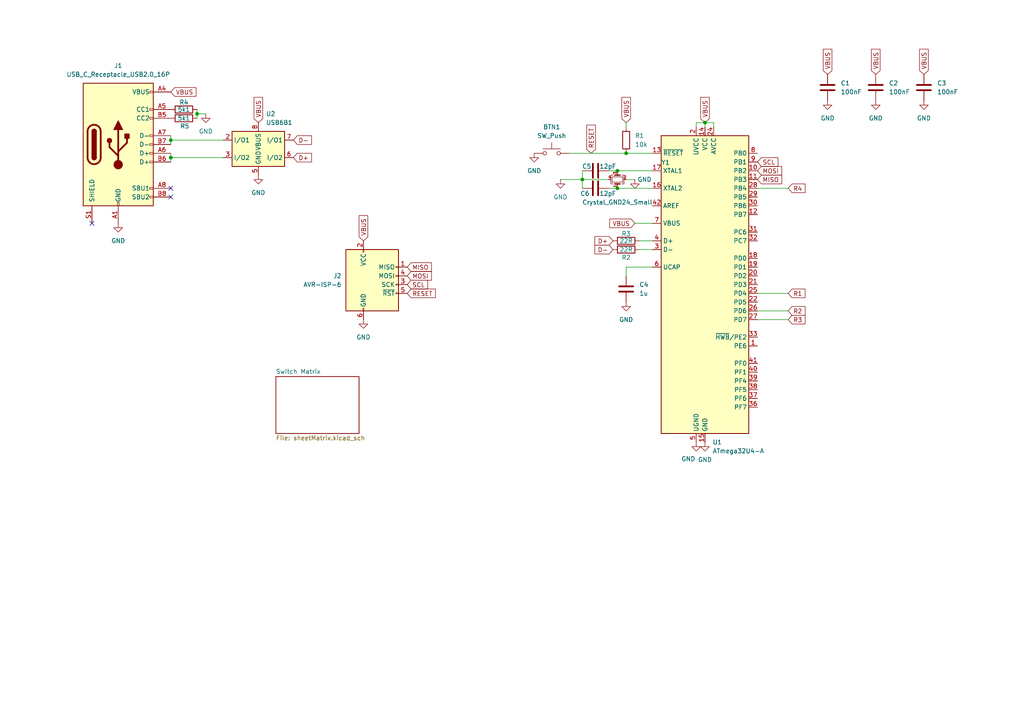
<source format=kicad_sch>
(kicad_sch (version 20231120) (generator "eeschema") (generator_version "8.0")
  (paper "A4")
  (lib_symbols
    (symbol "Connector:AVR-ISP-6" (pin_names (offset 1.016))
      (property "Reference" "J" (at -6.35 11.43 0))
      (property "Value" "AVR-ISP-6" (at 0 11.43 0))
      (symbol "AVR-ISP-6_0_1"
        (rectangle (start -2.667 -6.858) (end -2.413 -7.62))
        (rectangle (start -2.667 10.16) (end -2.413 9.398))
        (rectangle (start 7.62 -2.413) (end 6.858 -2.667))
        (rectangle (start 7.62 0.127) (end 6.858 -0.127))
        (rectangle (start 7.62 2.667) (end 6.858 2.413))
        (rectangle (start 7.62 5.207) (end 6.858 4.953))
        (rectangle (start 7.62 10.16) (end -7.62 -7.62) (stroke (width 0.254)) (fill (type background)))
      )
      (symbol "AVR-ISP-6_1_1"
        (pin passive line (at 10.16 5.08 180) (length 2.54) (name "MISO") (number "1"))
        (pin passive line (at -2.54 12.7 270) (length 2.54) (name "VCC") (number "2"))
        (pin passive line (at 10.16 0 180) (length 2.54) (name "SCK") (number "3"))
        (pin passive line (at 10.16 2.54 180) (length 2.54) (name "MOSI") (number "4"))
        (pin passive line (at 10.16 -2.54 180) (length 2.54) (name "~{RST}") (number "5"))
        (pin passive line (at -2.54 -10.16 90) (length 2.54) (name "GND") (number "6"))
      )
    )
    (symbol "Connector:USB_C_Receptacle_USB2.0_16P" (pin_names (offset 1.016))
      (property "Reference" "J" (at 0 22.225 0))
      (property "Value" "USB_C_Receptacle_USB2.0_16P" (at 0 19.685 0))
      (symbol "USB_C_Receptacle_USB2.0_16P_0_0"
        (rectangle (start -0.254 -17.78) (end 0.254 -16.764))
        (rectangle (start 10.16 -14.986) (end 9.144 -15.494))
        (rectangle (start 10.16 -12.446) (end 9.144 -12.954))
        (rectangle (start 10.16 -4.826) (end 9.144 -5.334))
        (rectangle (start 10.16 -2.286) (end 9.144 -2.794))
        (rectangle (start 10.16 0.254) (end 9.144 -0.254))
        (rectangle (start 10.16 2.794) (end 9.144 2.286))
        (rectangle (start 10.16 7.874) (end 9.144 7.366))
        (rectangle (start 10.16 10.414) (end 9.144 9.906))
        (rectangle (start 10.16 15.494) (end 9.144 14.986))
      )
      (symbol "USB_C_Receptacle_USB2.0_16P_0_1"
        (rectangle (start -10.16 17.78) (end 10.16 -17.78) (stroke (width 0.254)) (fill (type background)))
        (arc (start -8.89 -3.81) (mid -6.985 -5.7067) (end -5.08 -3.81) (stroke (width 0.508)))
        (arc (start -7.62 -3.81) (mid -6.985 -4.4423) (end -6.35 -3.81) (stroke (width 0.254)))
        (arc (start -7.62 -3.81) (mid -6.985 -4.4423) (end -6.35 -3.81) (stroke (width 0.254)) (fill (type outline)))
        (rectangle (start -7.62 -3.81) (end -6.35 3.81) (stroke (width 0.254)) (fill (type outline)))
        (arc (start -6.35 3.81) (mid -6.985 4.4423) (end -7.62 3.81) (stroke (width 0.254)))
        (arc (start -6.35 3.81) (mid -6.985 4.4423) (end -7.62 3.81) (stroke (width 0.254)) (fill (type outline)))
        (arc (start -5.08 3.81) (mid -6.985 5.7067) (end -8.89 3.81) (stroke (width 0.508)))
        (circle (center -2.54 1.143) (radius 0.635) (stroke (width 0.254)) (fill (type outline)))
        (circle (center 0 -5.842) (radius 1.27) (fill (type outline)))
        (polyline (pts (xy -8.89 -3.81) (xy -8.89 3.81)) (stroke (width 0.508)))
        (polyline (pts (xy -5.08 3.81) (xy -5.08 -3.81)) (stroke (width 0.508)))
        (polyline (pts (xy 0 -5.842) (xy 0 4.318)) (stroke (width 0.508)))
        (polyline (pts (xy 0 -3.302) (xy -2.54 -0.762) (xy -2.54 0.508)) (stroke (width 0.508)))
        (polyline (pts (xy 0 -2.032) (xy 2.54 0.508) (xy 2.54 1.778)) (stroke (width 0.508)))
        (polyline (pts (xy -1.27 4.318) (xy 0 6.858) (xy 1.27 4.318) (xy -1.27 4.318)) (stroke (width 0.254)) (fill (type outline)))
        (rectangle (start 1.905 1.778) (end 3.175 3.048) (stroke (width 0.254)) (fill (type outline)))
      )
      (symbol "USB_C_Receptacle_USB2.0_16P_1_1"
        (pin passive line (at 0 -22.86 90) (length 5.08) (name "GND") (number "A1"))
        (pin passive line (at 0 -22.86 90) (length 5.08) hide (name "GND") (number "A12"))
        (pin passive line (at 15.24 15.24 180) (length 5.08) (name "VBUS") (number "A4"))
        (pin bidirectional line (at 15.24 10.16 180) (length 5.08) (name "CC1") (number "A5"))
        (pin bidirectional line (at 15.24 -2.54 180) (length 5.08) (name "D+") (number "A6"))
        (pin bidirectional line (at 15.24 2.54 180) (length 5.08) (name "D-") (number "A7"))
        (pin bidirectional line (at 15.24 -12.7 180) (length 5.08) (name "SBU1") (number "A8"))
        (pin passive line (at 15.24 15.24 180) (length 5.08) hide (name "VBUS") (number "A9"))
        (pin passive line (at 0 -22.86 90) (length 5.08) hide (name "GND") (number "B1"))
        (pin passive line (at 0 -22.86 90) (length 5.08) hide (name "GND") (number "B12"))
        (pin passive line (at 15.24 15.24 180) (length 5.08) hide (name "VBUS") (number "B4"))
        (pin bidirectional line (at 15.24 7.62 180) (length 5.08) (name "CC2") (number "B5"))
        (pin bidirectional line (at 15.24 -5.08 180) (length 5.08) (name "D+") (number "B6"))
        (pin bidirectional line (at 15.24 0 180) (length 5.08) (name "D-") (number "B7"))
        (pin bidirectional line (at 15.24 -15.24 180) (length 5.08) (name "SBU2") (number "B8"))
        (pin passive line (at 15.24 15.24 180) (length 5.08) hide (name "VBUS") (number "B9"))
        (pin passive line (at -7.62 -22.86 90) (length 5.08) (name "SHIELD") (number "S1"))
      )
    )
    (symbol "Device:C" (pin_numbers hide) (pin_names (offset 0.254))
      (property "Reference" "C" (at 0.635 2.54 0))
      (property "Value" "C" (at 0.635 -2.54 0))
      (symbol "C_0_1"
        (polyline (pts (xy -2.032 -0.762) (xy 2.032 -0.762)) (stroke (width 0.508)))
        (polyline (pts (xy -2.032 0.762) (xy 2.032 0.762)) (stroke (width 0.508)))
      )
      (symbol "C_1_1"
        (pin passive line (at 0 3.81 270) (length 2.794) (name "~") (number "1"))
        (pin passive line (at 0 -3.81 90) (length 2.794) (name "~") (number "2"))
      )
    )
    (symbol "Device:Crystal_GND24_Small" (pin_names (offset 1.016) hide)
      (property "Reference" "Y" (at 1.27 4.445 0))
      (property "Value" "Crystal_GND24_Small" (at 1.27 2.54 0))
      (symbol "Crystal_GND24_Small_0_1"
        (rectangle (start -0.762 -1.524) (end 0.762 1.524))
        (polyline (pts (xy -1.27 -0.762) (xy -1.27 0.762)) (stroke (width 0.381)))
        (polyline (pts (xy 1.27 -0.762) (xy 1.27 0.762)) (stroke (width 0.381)))
        (polyline (pts (xy -1.27 -1.27) (xy -1.27 -1.905) (xy 1.27 -1.905) (xy 1.27 -1.27)))
        (polyline (pts (xy -1.27 1.27) (xy -1.27 1.905) (xy 1.27 1.905) (xy 1.27 1.27)))
      )
      (symbol "Crystal_GND24_Small_1_1"
        (pin passive line (at -2.54 0 0) (length 1.27) (name "1") (number "1"))
        (pin passive line (at 0 -2.54 90) (length 0.635) (name "2") (number "2"))
        (pin passive line (at 2.54 0 180) (length 1.27) (name "3") (number "3"))
        (pin passive line (at 0 2.54 270) (length 0.635) (name "4") (number "4"))
      )
    )
    (symbol "Device:R" (pin_numbers hide) (pin_names (offset 0))
      (property "Reference" "R" (at 2.032 0 90))
      (property "Value" "R" (at 0 0 90))
      (symbol "R_0_1"
        (rectangle (start -1.016 -2.54) (end 1.016 2.54) (stroke (width 0.254)))
      )
      (symbol "R_1_1"
        (pin passive line (at 0 3.81 270) (length 1.27) (name "~") (number "1"))
        (pin passive line (at 0 -3.81 90) (length 1.27) (name "~") (number "2"))
      )
    )
    (symbol "MCU_Microchip_ATmega:ATmega32U4-A"
      (property "Reference" "U" (at -12.7 44.45 0))
      (property "Value" "ATmega32U4-A" (at 2.54 -44.45 0))
      (symbol "ATmega32U4-A_0_1"
        (rectangle (start -12.7 -43.18) (end 12.7 43.18) (stroke (width 0.254)) (fill (type background)))
      )
      (symbol "ATmega32U4-A_1_1"
        (pin bidirectional line (at 15.24 -17.78 180) (length 2.54) (name "PE6") (number "1"))
        (pin bidirectional line (at 15.24 33.02 180) (length 2.54) (name "PB2") (number "10"))
        (pin bidirectional line (at 15.24 30.48 180) (length 2.54) (name "PB3") (number "11"))
        (pin bidirectional line (at 15.24 20.32 180) (length 2.54) (name "PB7") (number "12"))
        (pin input line (at -15.24 38.1 0) (length 2.54) (name "~{RESET}") (number "13"))
        (pin power_in line (at 0 45.72 270) (length 2.54) (name "VCC") (number "14"))
        (pin power_in line (at 0 -45.72 90) (length 2.54) (name "GND") (number "15"))
        (pin output line (at -15.24 27.94 0) (length 2.54) (name "XTAL2") (number "16"))
        (pin input line (at -15.24 33.02 0) (length 2.54) (name "XTAL1") (number "17"))
        (pin bidirectional line (at 15.24 7.62 180) (length 2.54) (name "PD0") (number "18"))
        (pin bidirectional line (at 15.24 5.08 180) (length 2.54) (name "PD1") (number "19"))
        (pin power_in line (at -2.54 45.72 270) (length 2.54) (name "UVCC") (number "2"))
        (pin bidirectional line (at 15.24 2.54 180) (length 2.54) (name "PD2") (number "20"))
        (pin bidirectional line (at 15.24 0 180) (length 2.54) (name "PD3") (number "21"))
        (pin bidirectional line (at 15.24 -5.08 180) (length 2.54) (name "PD5") (number "22"))
        (pin passive line (at 0 -45.72 90) (length 2.54) hide (name "GND") (number "23"))
        (pin power_in line (at 2.54 45.72 270) (length 2.54) (name "AVCC") (number "24"))
        (pin bidirectional line (at 15.24 -2.54 180) (length 2.54) (name "PD4") (number "25"))
        (pin bidirectional line (at 15.24 -7.62 180) (length 2.54) (name "PD6") (number "26"))
        (pin bidirectional line (at 15.24 -10.16 180) (length 2.54) (name "PD7") (number "27"))
        (pin bidirectional line (at 15.24 27.94 180) (length 2.54) (name "PB4") (number "28"))
        (pin bidirectional line (at 15.24 25.4 180) (length 2.54) (name "PB5") (number "29"))
        (pin bidirectional line (at -15.24 10.16 0) (length 2.54) (name "D-") (number "3"))
        (pin bidirectional line (at 15.24 22.86 180) (length 2.54) (name "PB6") (number "30"))
        (pin bidirectional line (at 15.24 15.24 180) (length 2.54) (name "PC6") (number "31"))
        (pin bidirectional line (at 15.24 12.7 180) (length 2.54) (name "PC7") (number "32"))
        (pin bidirectional line (at 15.24 -15.24 180) (length 2.54) (name "~{HWB}/PE2") (number "33"))
        (pin passive line (at 0 45.72 270) (length 2.54) hide (name "VCC") (number "34"))
        (pin passive line (at 0 -45.72 90) (length 2.54) hide (name "GND") (number "35"))
        (pin bidirectional line (at 15.24 -35.56 180) (length 2.54) (name "PF7") (number "36"))
        (pin bidirectional line (at 15.24 -33.02 180) (length 2.54) (name "PF6") (number "37"))
        (pin bidirectional line (at 15.24 -30.48 180) (length 2.54) (name "PF5") (number "38"))
        (pin bidirectional line (at 15.24 -27.94 180) (length 2.54) (name "PF4") (number "39"))
        (pin bidirectional line (at -15.24 12.7 0) (length 2.54) (name "D+") (number "4"))
        (pin bidirectional line (at 15.24 -25.4 180) (length 2.54) (name "PF1") (number "40"))
        (pin bidirectional line (at 15.24 -22.86 180) (length 2.54) (name "PF0") (number "41"))
        (pin passive line (at -15.24 22.86 0) (length 2.54) (name "AREF") (number "42"))
        (pin passive line (at 0 -45.72 90) (length 2.54) hide (name "GND") (number "43"))
        (pin passive line (at 2.54 45.72 270) (length 2.54) hide (name "AVCC") (number "44"))
        (pin passive line (at -2.54 -45.72 90) (length 2.54) (name "UGND") (number "5"))
        (pin passive line (at -15.24 5.08 0) (length 2.54) (name "UCAP") (number "6"))
        (pin input line (at -15.24 17.78 0) (length 2.54) (name "VBUS") (number "7"))
        (pin bidirectional line (at 15.24 38.1 180) (length 2.54) (name "PB0") (number "8"))
        (pin bidirectional line (at 15.24 35.56 180) (length 2.54) (name "PB1") (number "9"))
      )
    )
    (symbol "Power_Protection:USB6B1"
      (property "Reference" "U" (at 6.35 6.35 0))
      (property "Value" "USB6B1" (at 5.08 -6.35 0))
      (symbol "USB6B1_0_1"
        (rectangle (start -7.62 -5.08) (end 7.62 5.08) (stroke (width 0.254)) (fill (type background)))
      )
      (symbol "USB6B1_1_1"
        (pin passive line (at 0 7.62 270) (length 2.54) hide (name "VBUS") (number "1"))
        (pin passive line (at -10.16 2.54 0) (length 2.54) (name "I/O1") (number "2"))
        (pin passive line (at -10.16 -2.54 0) (length 2.54) (name "I/O2") (number "3"))
        (pin passive line (at 0 -7.62 90) (length 2.54) hide (name "GND") (number "4"))
        (pin passive line (at 0 -7.62 90) (length 2.54) (name "GND") (number "5"))
        (pin passive line (at 10.16 -2.54 180) (length 2.54) (name "I/O2") (number "6"))
        (pin passive line (at 10.16 2.54 180) (length 2.54) (name "I/O1") (number "7"))
        (pin passive line (at 0 7.62 270) (length 2.54) (name "VBUS") (number "8"))
      )
    )
    (symbol "Switch:SW_Push" (pin_numbers hide) (pin_names (offset 1.016) hide)
      (property "Reference" "SW" (at 1.27 2.54 0))
      (property "Value" "SW_Push" (at 0 -1.524 0))
      (symbol "SW_Push_0_1"
        (circle (center -2.032 0) (radius 0.508))
        (polyline (pts (xy 0 1.27) (xy 0 3.048)))
        (polyline (pts (xy 2.54 1.27) (xy -2.54 1.27)))
        (circle (center 2.032 0) (radius 0.508))
        (pin passive line (at -5.08 0 0) (length 2.54) (name "1") (number "1"))
        (pin passive line (at 5.08 0 180) (length 2.54) (name "2") (number "2"))
      )
    )
    (symbol "power:GND" (power) (pin_numbers hide) (pin_names (offset 0) hide)
      (property "Value" "GND" (at 0 -3.81 0))
      (symbol "GND_0_1"
        (polyline (pts (xy 0 0) (xy 0 -1.27) (xy 1.27 -1.27) (xy 0 -2.54) (xy -1.27 -1.27) (xy 0 -1.27)))
      )
      (symbol "GND_1_1"
        (pin power_in line (at 0 0 270) (length 0) (name "~") (number "1"))
      )
    )
  )
  (junction (at 49.53 40.64))
  (junction (at 204.47 35.56))
  (junction (at 168.91 52.07))
  (junction (at 181.61 44.45))
  (junction (at 49.53 45.72))
  (junction (at 179.07 49.53))
  (junction (at 57.15 33.02))
  (junction (at 179.07 54.61))
  (no_connect (at 26.67 64.77))
  (no_connect (at 49.53 57.15))
  (no_connect (at 49.53 54.61))
  (wire (pts (xy 185.42 72.39) (xy 189.23 72.39)))
  (wire (pts (xy 49.53 45.72) (xy 49.53 46.99)))
  (wire (pts (xy 49.53 44.45) (xy 49.53 45.72)))
  (wire (pts (xy 176.53 49.53) (xy 179.07 49.53)))
  (wire (pts (xy 165.1 44.45) (xy 181.61 44.45)))
  (wire (pts (xy 204.47 35.56) (xy 204.47 36.83)))
  (wire (pts (xy 207.01 36.83) (xy 207.01 35.56)))
  (wire (pts (xy 219.71 54.61) (xy 228.6 54.61)))
  (wire (pts (xy 184.15 64.77) (xy 189.23 64.77)))
  (wire (pts (xy 219.71 90.17) (xy 228.6 90.17)))
  (wire (pts (xy 181.61 80.01) (xy 181.61 77.47)))
  (wire (pts (xy 179.07 49.53) (xy 189.23 49.53)))
  (wire (pts (xy 49.53 45.72) (xy 64.77 45.72)))
  (wire (pts (xy 219.71 92.71) (xy 228.6 92.71)))
  (wire (pts (xy 179.07 54.61) (xy 189.23 54.61)))
  (wire (pts (xy 49.53 40.64) (xy 64.77 40.64)))
  (wire (pts (xy 162.56 52.07) (xy 168.91 52.07)))
  (wire (pts (xy 181.61 77.47) (xy 189.23 77.47)))
  (wire (pts (xy 49.53 40.64) (xy 49.53 41.91)))
  (wire (pts (xy 176.53 52.07) (xy 168.91 52.07)))
  (wire (pts (xy 176.53 54.61) (xy 179.07 54.61)))
  (wire (pts (xy 57.15 33.02) (xy 59.69 33.02)))
  (wire (pts (xy 181.61 52.07) (xy 184.15 52.07)))
  (wire (pts (xy 168.91 49.53) (xy 168.91 52.07)))
  (wire (pts (xy 219.71 85.09) (xy 228.6 85.09)))
  (wire (pts (xy 185.42 69.85) (xy 189.23 69.85)))
  (wire (pts (xy 181.61 35.56) (xy 181.61 36.83)))
  (wire (pts (xy 57.15 33.02) (xy 57.15 34.29)))
  (wire (pts (xy 181.61 44.45) (xy 189.23 44.45)))
  (wire (pts (xy 57.15 31.75) (xy 57.15 33.02)))
  (wire (pts (xy 168.91 52.07) (xy 168.91 54.61)))
  (wire (pts (xy 49.53 39.37) (xy 49.53 40.64)))
  (wire (pts (xy 207.01 35.56) (xy 204.47 35.56)))
  (wire (pts (xy 201.93 35.56) (xy 204.47 35.56)))
  (wire (pts (xy 201.93 36.83) (xy 201.93 35.56)))
  (global_label "MOSI" (shape input) (at 118.11 80.01 0) (property "Intersheetrefs" "${INTERSHEET_REFS}" (effects (hide yes))))
  (global_label "D+" (shape input) (at 85.09 45.72 0) (property "Intersheetrefs" "${INTERSHEET_REFS}" (effects (hide yes))))
  (global_label "RESET" (shape input) (at 171.45 44.45 90) (property "Intersheetrefs" "${INTERSHEET_REFS}" (effects (hide yes))))
  (global_label "VBUS" (shape input) (at 74.93 35.56 90) (property "Intersheetrefs" "${INTERSHEET_REFS}" (effects (hide yes))))
  (global_label "MISO" (shape input) (at 219.71 52.07 0) (property "Intersheetrefs" "${INTERSHEET_REFS}" (effects (hide yes))))
  (global_label "VBUS" (shape input) (at 181.61 35.56 90) (property "Intersheetrefs" "${INTERSHEET_REFS}" (effects (hide yes))))
  (global_label "VBUS" (shape input) (at 240.03 21.59 90) (property "Intersheetrefs" "${INTERSHEET_REFS}" (effects (hide yes))))
  (global_label "R1" (shape input) (at 228.6 85.09 0) (property "Intersheetrefs" "${INTERSHEET_REFS}" (effects (hide yes))))
  (global_label "SCL" (shape input) (at 118.11 82.55 0) (property "Intersheetrefs" "${INTERSHEET_REFS}" (effects (hide yes))))
  (global_label "VBUS" (shape input) (at 49.53 26.67 0) (property "Intersheetrefs" "${INTERSHEET_REFS}" (effects (hide yes))))
  (global_label "D-" (shape input) (at 85.09 40.64 0) (property "Intersheetrefs" "${INTERSHEET_REFS}" (effects (hide yes))))
  (global_label "D-" (shape input) (at 177.8 72.39 180) (property "Intersheetrefs" "${INTERSHEET_REFS}" (effects (hide yes))))
  (global_label "VBUS" (shape input) (at 204.47 35.56 90) (property "Intersheetrefs" "${INTERSHEET_REFS}" (effects (hide yes))))
  (global_label "VBUS" (shape input) (at 267.97 21.59 90) (property "Intersheetrefs" "${INTERSHEET_REFS}" (effects (hide yes))))
  (global_label "MISO" (shape input) (at 118.11 77.47 0) (property "Intersheetrefs" "${INTERSHEET_REFS}" (effects (hide yes))))
  (global_label "MOSI" (shape input) (at 219.71 49.53 0) (property "Intersheetrefs" "${INTERSHEET_REFS}" (effects (hide yes))))
  (global_label "RESET" (shape input) (at 118.11 85.09 0) (property "Intersheetrefs" "${INTERSHEET_REFS}" (effects (hide yes))))
  (global_label "VBUS" (shape input) (at 254 21.59 90) (property "Intersheetrefs" "${INTERSHEET_REFS}" (effects (hide yes))))
  (global_label "D+" (shape input) (at 177.8 69.85 180) (property "Intersheetrefs" "${INTERSHEET_REFS}" (effects (hide yes))))
  (global_label "R2" (shape input) (at 228.6 90.17 0) (property "Intersheetrefs" "${INTERSHEET_REFS}" (effects (hide yes))))
  (global_label "VBUS" (shape input) (at 105.41 69.85 90) (property "Intersheetrefs" "${INTERSHEET_REFS}" (effects (hide yes))))
  (global_label "VBUS" (shape input) (at 184.15 64.77 180) (property "Intersheetrefs" "${INTERSHEET_REFS}" (effects (hide yes))))
  (global_label "R4" (shape input) (at 228.6 54.61 0) (property "Intersheetrefs" "${INTERSHEET_REFS}" (effects (hide yes))))
  (global_label "R3" (shape input) (at 228.6 92.71 0) (property "Intersheetrefs" "${INTERSHEET_REFS}" (effects (hide yes))))
  (global_label "SCL" (shape input) (at 219.71 46.99 0) (property "Intersheetrefs" "${INTERSHEET_REFS}" (effects (hide yes))))
  (symbol (lib_id "power:GND") (at 254 29.21 0) (unit 1)
    (property "Reference" "#PWR06" (effects (hide yes)))
    (property "Value" "GND" (at 254 34.29 0))
    (property "Description" "Power symbol creates a global label with name \"GND\" , ground" (effects (hide yes)))
  )
  (symbol (lib_id "power:GND") (at 204.47 128.27 0) (unit 1)
    (property "Reference" "#PWR09" (effects (hide yes)))
    (property "Value" "GND" (at 204.47 133.35 0))
    (property "Description" "Power symbol creates a global label with name \"GND\" , ground" (effects (hide yes)))
  )
  (symbol (lib_id "power:GND") (at 59.69 33.02 0) (unit 1)
    (property "Reference" "#PWR011" (effects (hide yes)))
    (property "Value" "GND" (at 59.69 38.1 0))
    (property "Description" "Power symbol creates a global label with name \"GND\" , ground" (effects (hide yes)))
  )
  (symbol (lib_id "power:GND") (at 267.97 29.21 0) (unit 1)
    (property "Reference" "#PWR07" (effects (hide yes)))
    (property "Value" "GND" (at 267.97 34.29 0))
    (property "Description" "Power symbol creates a global label with name \"GND\" , ground" (effects (hide yes)))
  )
  (symbol (lib_id "Device:C") (at 172.72 49.53 90) (unit 1)
    (property "Reference" "C5" (at 170.18 48.26 90))
    (property "Value" "12pF" (at 176.276 48.26 90))
    (property "Footprint" "Capacitor_THT:C_Disc_D4.7mm_W2.5mm_P5.00mm" (effects (hide yes)))
    (property "Description" "Unpolarized capacitor" (effects (hide yes)))
  )
  (symbol (lib_id "Device:C") (at 181.61 83.82 0) (unit 1)
    (property "Reference" "C4" (at 185.42 82.5499 0) (effects (justify left)))
    (property "Value" "1u" (at 185.42 85.0899 0) (effects (justify left)))
    (property "Footprint" "Capacitor_THT:C_Disc_D4.7mm_W2.5mm_P5.00mm" (effects (hide yes)))
    (property "Description" "Unpolarized capacitor" (effects (hide yes)))
  )
  (symbol (lib_id "Device:R") (at 181.61 40.64 0) (unit 1)
    (property "Reference" "R1" (at 184.15 39.3699 0) (effects (justify left)))
    (property "Value" "10k" (at 184.15 41.9099 0) (effects (justify left)))
    (property "Footprint" "Resistor_THT:R_Axial_DIN0207_L6.3mm_D2.5mm_P10.16mm_Horizontal" (effects (hide yes)))
    (property "Description" "Resistor" (effects (hide yes)))
  )
  (symbol (lib_id "power:GND") (at 184.15 52.07 0) (unit 1)
    (property "Reference" "#PWR03" (effects (hide yes)))
    (property "Value" "GND" (at 186.944 52.07 0))
    (property "Description" "Power symbol creates a global label with name \"GND\" , ground" (effects (hide yes)))
  )
  (symbol (lib_id "power:GND") (at 201.93 128.27 0) (unit 1)
    (property "Reference" "#PWR08" (effects (hide yes)))
    (property "Value" "GND" (at 199.644 133.096 0))
    (property "Description" "Power symbol creates a global label with name \"GND\" , ground" (effects (hide yes)))
  )
  (symbol (lib_id "Switch:SW_Push") (at 160.02 44.45 0) (unit 1)
    (property "Reference" "BTN1" (at 160.02 36.83 0))
    (property "Value" "SW_Push" (at 160.02 39.37 0))
    (property "Footprint" "Button_Switch_THT:SW_PUSH_6mm" (effects (hide yes)))
    (property "Description" "Push button switch, generic, two pins" (effects (hide yes)))
  )
  (symbol (lib_id "MCU_Microchip_ATmega:ATmega32U4-A") (at 204.47 82.55 0) (unit 1)
    (property "Reference" "U1" (at 206.6641 128.27 0) (effects (justify left)))
    (property "Value" "ATmega32U4-A" (at 206.6641 130.81 0) (effects (justify left)))
    (property "Footprint" "Package_QFP:TQFP-44_10x10mm_P0.8mm" (effects (hide yes)))
    (property "Datasheet" "http://ww1.microchip.com/downloads/en/DeviceDoc/Atmel-7766-8-bit-AVR-ATmega16U4-32U4_Datasheet.pdf" (effects (hide yes)))
    (property "Description" "16MHz, 32kB Flash, 2.5kB SRAM, 1kB EEPROM, USB 2.0, TQFP-44" (effects (hide yes)))
  )
  (symbol (lib_id "power:GND") (at 162.56 52.07 0) (unit 1)
    (property "Reference" "#PWR04" (effects (hide yes)))
    (property "Value" "GND" (at 162.56 57.15 0))
    (property "Description" "Power symbol creates a global label with name \"GND\" , ground" (effects (hide yes)))
  )
  (symbol (lib_id "Connector:AVR-ISP-6") (at 107.95 82.55 0) (unit 1)
    (property "Reference" "J2" (at 99.06 80.0099 0) (effects (justify right)))
    (property "Value" "AVR-ISP-6" (at 99.06 82.5499 0) (effects (justify right)))
    (property "Footprint" "Connector_PinHeader_2.54mm:PinHeader_2x03_P2.54mm_Horizontal" (effects (hide yes)))
    (property "Description" "Atmel 6-pin ISP connector" (effects (hide yes)))
  )
  (symbol (lib_id "power:GND") (at 154.94 44.45 0) (unit 1)
    (property "Reference" "#PWR02" (effects (hide yes)))
    (property "Value" "GND" (at 154.94 49.53 0))
    (property "Description" "Power symbol creates a global label with name \"GND\" , ground" (effects (hide yes)))
  )
  (symbol (lib_id "Device:R") (at 53.34 34.29 90) (unit 1)
    (property "Reference" "R5" (at 53.594 36.576 90))
    (property "Value" "5k1" (at 53.34 34.29 90))
    (property "Footprint" "Resistor_THT:R_Axial_DIN0207_L6.3mm_D2.5mm_P10.16mm_Horizontal" (effects (hide yes)))
    (property "Description" "Resistor" (effects (hide yes)))
  )
  (symbol (lib_id "power:GND") (at 105.41 92.71 0) (unit 1)
    (property "Reference" "#PWR013" (effects (hide yes)))
    (property "Value" "GND" (at 105.41 97.79 0))
    (property "Description" "Power symbol creates a global label with name \"GND\" , ground" (effects (hide yes)))
  )
  (symbol (lib_id "Device:R") (at 53.34 31.75 90) (unit 1)
    (property "Reference" "R4" (at 53.34 29.718 90))
    (property "Value" "5k1" (at 53.34 31.75 90))
    (property "Footprint" "Resistor_THT:R_Axial_DIN0207_L6.3mm_D2.5mm_P10.16mm_Horizontal" (effects (hide yes)))
    (property "Description" "Resistor" (effects (hide yes)))
  )
  (symbol (lib_id "Device:R") (at 181.61 72.39 90) (unit 1)
    (property "Reference" "R2" (at 181.61 74.676 90))
    (property "Value" "22R" (at 181.61 72.39 90))
    (property "Footprint" "Resistor_THT:R_Axial_DIN0207_L6.3mm_D2.5mm_P10.16mm_Horizontal" (effects (hide yes)))
    (property "Description" "Resistor" (effects (hide yes)))
  )
  (symbol (lib_id "Device:C") (at 240.03 25.4 0) (unit 1)
    (property "Reference" "C1" (at 243.84 24.1299 0) (effects (justify left)))
    (property "Value" "100nF" (at 243.84 26.6699 0) (effects (justify left)))
    (property "Footprint" "Capacitor_THT:C_Disc_D4.7mm_W2.5mm_P5.00mm" (effects (hide yes)))
    (property "Description" "Unpolarized capacitor" (effects (hide yes)))
  )
  (symbol (lib_id "Power_Protection:USB6B1") (at 74.93 43.18 0) (unit 1)
    (property "Reference" "U2" (at 77.1241 33.02 0) (effects (justify left)))
    (property "Value" "USB6B1" (at 77.1241 35.56 0) (effects (justify left)))
    (property "Footprint" "Package_SO:SOIC-8_3.9x4.9mm_P1.27mm" (effects (hide yes)))
    (property "Datasheet" "http://www.st.com/content/ccc/resource/technical/document/datasheet/3e/ec/b2/54/b2/76/47/90/CD00001361.pdf/files/CD00001361.pdf/jcr:content/translations/en.CD00001361.pdf" (effects (hide yes)))
    (property "Description" "5V Data line protection" (effects (hide yes)))
  )
  (symbol (lib_id "power:GND") (at 240.03 29.21 0) (unit 1)
    (property "Reference" "#PWR05" (effects (hide yes)))
    (property "Value" "GND" (at 240.03 34.29 0))
    (property "Description" "Power symbol creates a global label with name \"GND\" , ground" (effects (hide yes)))
  )
  (symbol (lib_id "Connector:USB_C_Receptacle_USB2.0_16P") (at 34.29 41.91 0) (unit 1)
    (property "Reference" "J1" (at 34.29 19.05 0))
    (property "Value" "USB_C_Receptacle_USB2.0_16P" (at 34.29 21.59 0))
    (property "Footprint" "Connector_USB:USB_C_Receptacle_XKB_U262-16XN-4BVC11" (effects (hide yes)))
    (property "Datasheet" "https://www.usb.org/sites/default/files/documents/usb_type-c.zip" (effects (hide yes)))
    (property "Description" "USB 2.0-only 16P Type-C Receptacle connector" (effects (hide yes)))
  )
  (symbol (lib_id "power:GND") (at 34.29 64.77 0) (unit 1)
    (property "Reference" "#PWR010" (effects (hide yes)))
    (property "Value" "GND" (at 34.29 69.85 0))
    (property "Description" "Power symbol creates a global label with name \"GND\" , ground" (effects (hide yes)))
  )
  (symbol (lib_id "Device:C") (at 172.72 54.61 90) (unit 1)
    (property "Reference" "C6" (at 169.672 56.134 90))
    (property "Value" "12pF" (at 176.276 56.134 90))
    (property "Footprint" "Capacitor_THT:C_Disc_D4.7mm_W2.5mm_P5.00mm" (effects (hide yes)))
    (property "Description" "Unpolarized capacitor" (effects (hide yes)))
  )
  (symbol (lib_id "Device:R") (at 181.61 69.85 90) (unit 1)
    (property "Reference" "R3" (at 181.61 67.818 90))
    (property "Value" "22R" (at 181.61 69.85 90))
    (property "Footprint" "Resistor_THT:R_Axial_DIN0207_L6.3mm_D2.5mm_P10.16mm_Horizontal" (effects (hide yes)))
    (property "Description" "Resistor" (effects (hide yes)))
  )
  (symbol (lib_id "Device:C") (at 254 25.4 0) (unit 1)
    (property "Reference" "C2" (at 257.81 24.1299 0) (effects (justify left)))
    (property "Value" "100nF" (at 257.81 26.6699 0) (effects (justify left)))
    (property "Footprint" "Capacitor_THT:C_Disc_D4.7mm_W2.5mm_P5.00mm" (effects (hide yes)))
    (property "Description" "Unpolarized capacitor" (effects (hide yes)))
  )
  (symbol (lib_id "power:GND") (at 74.93 50.8 0) (unit 1)
    (property "Reference" "#PWR012" (effects (hide yes)))
    (property "Value" "GND" (at 74.93 55.88 0))
    (property "Description" "Power symbol creates a global label with name \"GND\" , ground" (effects (hide yes)))
  )
  (symbol (lib_id "Device:C") (at 267.97 25.4 0) (unit 1)
    (property "Reference" "C3" (at 271.78 24.1299 0) (effects (justify left)))
    (property "Value" "100nF" (at 271.78 26.6699 0) (effects (justify left)))
    (property "Footprint" "Capacitor_THT:C_Disc_D4.7mm_W2.5mm_P5.00mm" (effects (hide yes)))
    (property "Description" "Unpolarized capacitor" (effects (hide yes)))
  )
  (symbol (lib_id "power:GND") (at 181.61 87.63 0) (unit 1)
    (property "Reference" "#PWR01" (effects (hide yes)))
    (property "Value" "GND" (at 181.61 92.71 0))
    (property "Description" "Power symbol creates a global label with name \"GND\" , ground" (effects (hide yes)))
  )
  (symbol (lib_id "Device:Crystal_GND24_Small") (at 179.07 52.07 90) (unit 1)
    (property "Reference" "Y1" (at 193.04 47.1168 90))
    (property "Value" "Crystal_GND24_Small" (at 179.07 58.674 90))
    (property "Footprint" "Crystal:Crystal_HC18-U_Vertical" (effects (hide yes)))
    (property "Description" "Four pin crystal, GND on pins 2 and 4, small symbol" (effects (hide yes)))
  )
  (sheet (at 80.01 109.22) (size 24.13 16.51) (stroke (width 0.1524))
    (property "Sheetname" "Switch Matrix" (at 80.01 108.5084 0) (effects (justify left bottom)))
    (property "Sheetfile" "sheetMatrix.kicad_sch" (at 80.01 126.3146 0) (effects (justify left top)))
  )
)
</source>
